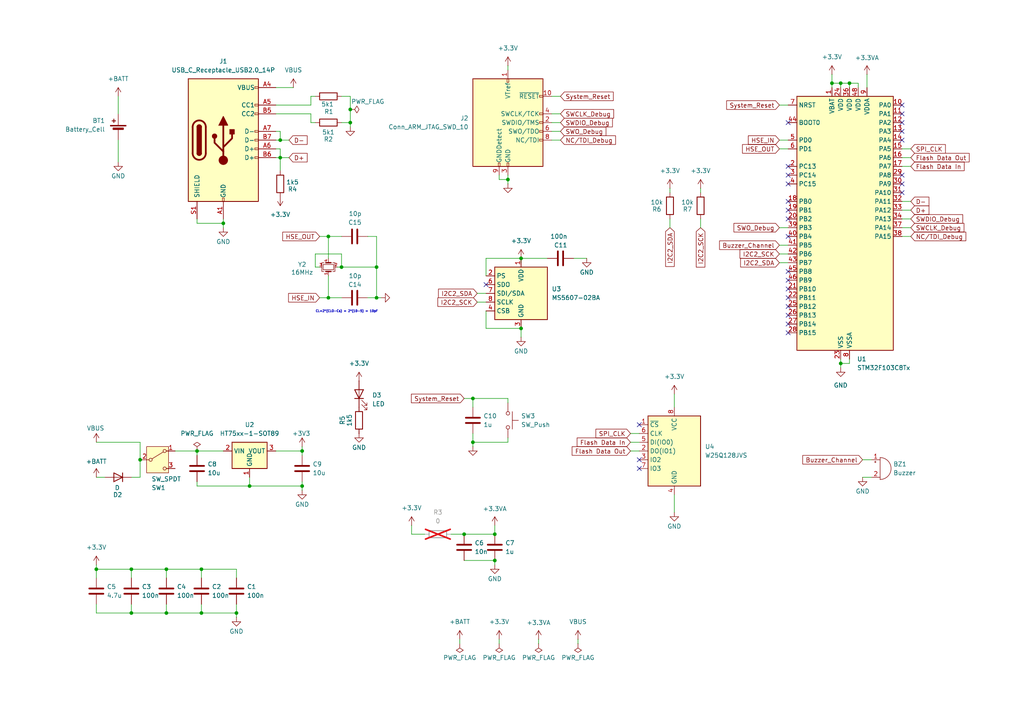
<source format=kicad_sch>
(kicad_sch (version 20231120) (generator "eeschema") (generator_version "8.0")
  (paper "A4")
  (title_block (title "Gremlinising") (company "StrathGREM Ltd."))
  (lib_symbols
    (symbol "Connector:Conn_ARM_JTAG_SWD_10" (pin_names (offset 1.016))
      (property "Reference" "J" (at -2.54 16.51 0))
      (property "Value" "Conn_ARM_JTAG_SWD_10" (at -2.54 13.97 0))
      (symbol "Conn_ARM_JTAG_SWD_10_1_1"
        (pin power_in line (at 0 15.24 270) (length 2.54) (name "VTref") (number "1"))
        (pin open_collector line (at 12.7 7.62 180) (length 2.54) (name "~{RESET}") (number "10"))
        (pin bidirectional line (at 12.7 0 180) (length 2.54) (name "SWDIO/TMS") (number "2"))
        (pin power_in line (at 0 -15.24 90) (length 2.54) (name "GND") (number "3"))
        (pin output line (at 12.7 2.54 180) (length 2.54) (name "SWCLK/TCK") (number "4"))
        (pin passive line (at 0 -15.24 90) (length 2.54) hide (name "GND") (number "5"))
        (pin input line (at 12.7 -2.54 180) (length 2.54) (name "SWO/TDO") (number "6"))
        (pin no_connect line (at -10.16 0 0) (length 2.54) hide (name "KEY") (number "7"))
        (pin output line (at 12.7 -5.08 180) (length 2.54) (name "NC/TDI") (number "8"))
        (pin passive line (at -2.54 -15.24 90) (length 2.54) (name "GNDDetect") (number "9"))
      )
    )
    (symbol "Connector:USB_C_Receptacle_USB2.0_14P" (pin_names (offset 1.016))
      (property "Reference" "J" (at 0 22.225 0))
      (property "Value" "USB_C_Receptacle_USB2.0_14P" (at 0 19.685 0))
      (symbol "USB_C_Receptacle_USB2.0_14P_1_1"
        (pin passive line (at 0 -22.86 90) (length 5.08) (name "GND") (number "A1"))
        (pin passive line (at 0 -22.86 90) (length 5.08) hide (name "GND") (number "A12"))
        (pin passive line (at 15.24 15.24 180) (length 5.08) (name "VBUS") (number "A4"))
        (pin bidirectional line (at 15.24 10.16 180) (length 5.08) (name "CC1") (number "A5"))
        (pin bidirectional line (at 15.24 -2.54 180) (length 5.08) (name "D+") (number "A6"))
        (pin bidirectional line (at 15.24 2.54 180) (length 5.08) (name "D-") (number "A7"))
        (pin passive line (at 15.24 15.24 180) (length 5.08) hide (name "VBUS") (number "A9"))
        (pin passive line (at 0 -22.86 90) (length 5.08) hide (name "GND") (number "B1"))
        (pin passive line (at 0 -22.86 90) (length 5.08) hide (name "GND") (number "B12"))
        (pin passive line (at 15.24 15.24 180) (length 5.08) hide (name "VBUS") (number "B4"))
        (pin bidirectional line (at 15.24 7.62 180) (length 5.08) (name "CC2") (number "B5"))
        (pin bidirectional line (at 15.24 -5.08 180) (length 5.08) (name "D+") (number "B6"))
        (pin bidirectional line (at 15.24 0 180) (length 5.08) (name "D-") (number "B7"))
        (pin passive line (at 15.24 15.24 180) (length 5.08) hide (name "VBUS") (number "B9"))
        (pin passive line (at -7.62 -22.86 90) (length 5.08) (name "SHIELD") (number "S1"))
      )
    )
    (symbol "Device:Battery_Cell" (pin_numbers hide) (pin_names (offset 0) hide)
      (property "Reference" "BT" (at 2.54 2.54 0))
      (property "Value" "Battery_Cell" (at 2.54 0 0))
      (symbol "Battery_Cell_1_1"
        (pin passive line (at 0 5.08 270) (length 2.54) (name "+") (number "1"))
        (pin passive line (at 0 -2.54 90) (length 2.54) (name "-") (number "2"))
      )
    )
    (symbol "Device:Buzzer" (pin_names (offset 0.0254) hide)
      (property "Reference" "BZ" (at 3.81 1.27 0))
      (property "Value" "Buzzer" (at 3.81 -1.27 0))
      (symbol "Buzzer_1_1"
        (pin passive line (at -2.54 2.54 0) (length 2.54) (name "+") (number "1"))
        (pin passive line (at -2.54 -2.54 0) (length 2.54) (name "-") (number "2"))
      )
    )
    (symbol "Device:C" (pin_numbers hide) (pin_names (offset 0.254))
      (property "Reference" "C" (at 0.635 2.54 0))
      (property "Value" "C" (at 0.635 -2.54 0))
      (symbol "C_1_1"
        (pin passive line (at 0 3.81 270) (length 2.794) (name "~") (number "1"))
        (pin passive line (at 0 -3.81 90) (length 2.794) (name "~") (number "2"))
      )
    )
    (symbol "Device:Crystal_GND23_Small" (pin_names (offset 1.016) hide)
      (property "Reference" "Y" (at 1.27 4.445 0))
      (property "Value" "Crystal_GND23_Small" (at 1.27 2.54 0))
      (symbol "Crystal_GND23_Small_1_1"
        (pin passive line (at -2.54 0 0) (length 1.27) (name "1") (number "1"))
        (pin passive line (at 0 -2.54 90) (length 0.635) (name "2") (number "2"))
        (pin passive line (at 0 2.54 270) (length 0.635) (name "3") (number "3"))
        (pin passive line (at 2.54 0 180) (length 1.27) (name "4") (number "4"))
      )
    )
    (symbol "Device:D" (pin_numbers hide) (pin_names (offset 1.016) hide)
      (property "Reference" "D" (at 0 2.54 0))
      (property "Value" "D" (at 0 -2.54 0))
      (symbol "D_1_1"
        (pin passive line (at -3.81 0 0) (length 2.54) (name "K") (number "1"))
        (pin passive line (at 3.81 0 180) (length 2.54) (name "A") (number "2"))
      )
    )
    (symbol "Device:LED" (pin_numbers hide) (pin_names (offset 1.016) hide)
      (property "Reference" "D" (at 0 2.54 0))
      (property "Value" "LED" (at 0 -2.54 0))
      (symbol "LED_1_1"
        (pin passive line (at -3.81 0 0) (length 2.54) (name "K") (number "1"))
        (pin passive line (at 3.81 0 180) (length 2.54) (name "A") (number "2"))
      )
    )
    (symbol "Device:R" (pin_numbers hide) (pin_names (offset 0))
      (property "Reference" "R" (at 2.032 0 90))
      (property "Value" "R" (at 0 0 90))
      (symbol "R_1_1"
        (pin passive line (at 0 3.81 270) (length 1.27) (name "~") (number "1"))
        (pin passive line (at 0 -3.81 90) (length 1.27) (name "~") (number "2"))
      )
    )
    (symbol "MCU_ST_STM32F1:STM32F103C8Tx"
      (property "Reference" "U" (at -12.7 39.37 0))
      (property "Value" "STM32F103C8Tx" (at 10.16 39.37 0))
      (symbol "STM32F103C8Tx_1_1"
        (pin power_in line (at -2.54 40.64 270) (length 2.54) (name "VBAT") (number "1"))
        (pin bidirectional line (at 17.78 35.56 180) (length 2.54) (name "PA0") (number "10"))
        (pin bidirectional line (at 17.78 33.02 180) (length 2.54) (name "PA1") (number "11"))
        (pin bidirectional line (at 17.78 30.48 180) (length 2.54) (name "PA2") (number "12"))
        (pin bidirectional line (at 17.78 27.94 180) (length 2.54) (name "PA3") (number "13"))
        (pin bidirectional line (at 17.78 25.4 180) (length 2.54) (name "PA4") (number "14"))
        (pin bidirectional line (at 17.78 22.86 180) (length 2.54) (name "PA5") (number "15"))
        (pin bidirectional line (at 17.78 20.32 180) (length 2.54) (name "PA6") (number "16"))
        (pin bidirectional line (at 17.78 17.78 180) (length 2.54) (name "PA7") (number "17"))
        (pin bidirectional line (at -15.24 7.62 0) (length 2.54) (name "PB0") (number "18"))
        (pin bidirectional line (at -15.24 5.08 0) (length 2.54) (name "PB1") (number "19"))
        (pin bidirectional line (at -15.24 17.78 0) (length 2.54) (name "PC13") (number "2"))
        (pin bidirectional line (at -15.24 2.54 0) (length 2.54) (name "PB2") (number "20"))
        (pin bidirectional line (at -15.24 -17.78 0) (length 2.54) (name "PB10") (number "21"))
        (pin bidirectional line (at -15.24 -20.32 0) (length 2.54) (name "PB11") (number "22"))
        (pin power_in line (at 0 -38.1 90) (length 2.54) (name "VSS") (number "23"))
        (pin power_in line (at 0 40.64 270) (length 2.54) (name "VDD") (number "24"))
        (pin bidirectional line (at -15.24 -22.86 0) (length 2.54) (name "PB12") (number "25"))
        (pin bidirectional line (at -15.24 -25.4 0) (length 2.54) (name "PB13") (number "26"))
        (pin bidirectional line (at -15.24 -27.94 0) (length 2.54) (name "PB14") (number "27"))
        (pin bidirectional line (at -15.24 -30.48 0) (length 2.54) (name "PB15") (number "28"))
        (pin bidirectional line (at 17.78 15.24 180) (length 2.54) (name "PA8") (number "29"))
        (pin bidirectional line (at -15.24 15.24 0) (length 2.54) (name "PC14") (number "3"))
        (pin bidirectional line (at 17.78 12.7 180) (length 2.54) (name "PA9") (number "30"))
        (pin bidirectional line (at 17.78 10.16 180) (length 2.54) (name "PA10") (number "31"))
        (pin bidirectional line (at 17.78 7.62 180) (length 2.54) (name "PA11") (number "32"))
        (pin bidirectional line (at 17.78 5.08 180) (length 2.54) (name "PA12") (number "33"))
        (pin bidirectional line (at 17.78 2.54 180) (length 2.54) (name "PA13") (number "34"))
        (pin passive line (at 0 -38.1 90) (length 2.54) hide (name "VSS") (number "35"))
        (pin power_in line (at 2.54 40.64 270) (length 2.54) (name "VDD") (number "36"))
        (pin bidirectional line (at 17.78 0 180) (length 2.54) (name "PA14") (number "37"))
        (pin bidirectional line (at 17.78 -2.54 180) (length 2.54) (name "PA15") (number "38"))
        (pin bidirectional line (at -15.24 0 0) (length 2.54) (name "PB3") (number "39"))
        (pin bidirectional line (at -15.24 12.7 0) (length 2.54) (name "PC15") (number "4"))
        (pin bidirectional line (at -15.24 -2.54 0) (length 2.54) (name "PB4") (number "40"))
        (pin bidirectional line (at -15.24 -5.08 0) (length 2.54) (name "PB5") (number "41"))
        (pin bidirectional line (at -15.24 -7.62 0) (length 2.54) (name "PB6") (number "42"))
        (pin bidirectional line (at -15.24 -10.16 0) (length 2.54) (name "PB7") (number "43"))
        (pin input line (at -15.24 30.48 0) (length 2.54) (name "BOOT0") (number "44"))
        (pin bidirectional line (at -15.24 -12.7 0) (length 2.54) (name "PB8") (number "45"))
        (pin bidirectional line (at -15.24 -15.24 0) (length 2.54) (name "PB9") (number "46"))
        (pin passive line (at 0 -38.1 90) (length 2.54) hide (name "VSS") (number "47"))
        (pin power_in line (at 5.08 40.64 270) (length 2.54) (name "VDD") (number "48"))
        (pin bidirectional line (at -15.24 25.4 0) (length 2.54) (name "PD0") (number "5"))
        (pin bidirectional line (at -15.24 22.86 0) (length 2.54) (name "PD1") (number "6"))
        (pin input line (at -15.24 35.56 0) (length 2.54) (name "NRST") (number "7"))
        (pin power_in line (at 2.54 -38.1 90) (length 2.54) (name "VSSA") (number "8"))
        (pin power_in line (at 7.62 40.64 270) (length 2.54) (name "VDDA") (number "9"))
      )
    )
    (symbol "Memory_Flash:W25Q128JVS"
      (property "Reference" "U" (at -8.89 8.89 0))
      (property "Value" "W25Q128JVS" (at 7.62 8.89 0))
      (symbol "W25Q128JVS_1_1"
        (pin input line (at -10.16 7.62 0) (length 2.54) (name "~{CS}") (number "1"))
        (pin bidirectional line (at -10.16 0 0) (length 2.54) (name "DO(IO1)") (number "2"))
        (pin bidirectional line (at -10.16 -2.54 0) (length 2.54) (name "IO2") (number "3"))
        (pin power_in line (at 0 -12.7 90) (length 2.54) (name "GND") (number "4"))
        (pin bidirectional line (at -10.16 2.54 0) (length 2.54) (name "DI(IO0)") (number "5"))
        (pin input line (at -10.16 5.08 0) (length 2.54) (name "CLK") (number "6"))
        (pin bidirectional line (at -10.16 -5.08 0) (length 2.54) (name "IO3") (number "7"))
        (pin power_in line (at 0 12.7 270) (length 2.54) (name "VCC") (number "8"))
      )
    )
    (symbol "Regulator_Linear:HT75xx-1-SOT89"
      (property "Reference" "U" (at -5.08 -3.81 0))
      (property "Value" "HT75xx-1-SOT89" (at 0 6.35 0))
      (symbol "HT75xx-1-SOT89_1_1"
        (pin power_in line (at 0 -5.08 90) (length 2.54) (name "GND") (number "1"))
        (pin power_in line (at -7.62 2.54 0) (length 2.54) (name "VIN") (number "2"))
        (pin power_out line (at 7.62 2.54 180) (length 2.54) (name "VOUT") (number "3"))
      )
    )
    (symbol "Sensor_Pressure:MS5607-02BA"
      (property "Reference" "U" (at -6.35 8.89 0))
      (property "Value" "MS5607-02BA" (at 7.62 8.89 0))
      (symbol "MS5607-02BA_1_1"
        (pin power_in line (at 0 10.16 270) (length 2.54) (name "VDD") (number "1"))
        (pin input line (at -10.16 5.08 0) (length 2.54) (name "PS") (number "2"))
        (pin power_in line (at 0 -10.16 90) (length 2.54) (name "GND") (number "3"))
        (pin input line (at -10.16 -5.08 0) (length 2.54) (name "CSB") (number "4"))
        (pin input line (at -10.16 -5.08 0) (length 2.54) hide (name "CSB") (number "5"))
        (pin output line (at -10.16 2.54 0) (length 2.54) (name "SDO") (number "6"))
        (pin bidirectional line (at -10.16 0 0) (length 2.54) (name "SDI/SDA") (number "7"))
        (pin input line (at -10.16 -2.54 0) (length 2.54) (name "SCLK") (number "8"))
      )
    )
    (symbol "Switch:SW_Push" (pin_numbers hide) (pin_names (offset 1.016) hide)
      (property "Reference" "SW" (at 1.27 2.54 0))
      (property "Value" "SW_Push" (at 0 -1.524 0))
      (symbol "SW_Push_0_1"
        (pin passive line (at -5.08 0 0) (length 2.54) (name "1") (number "1"))
        (pin passive line (at 5.08 0 180) (length 2.54) (name "2") (number "2"))
      )
    )
    (symbol "Switch:SW_SPDT" (pin_names (offset 0) hide)
      (property "Reference" "SW" (at 0 5.08 0))
      (property "Value" "SW_SPDT" (at 0 -5.08 0))
      (symbol "SW_SPDT_1_1"
        (pin passive line (at 5.08 2.54 180) (length 2.54) (name "A") (number "1"))
        (pin passive line (at -5.08 0 0) (length 2.54) (name "B") (number "2"))
        (pin passive line (at 5.08 -2.54 180) (length 2.54) (name "C") (number "3"))
      )
    )
    (symbol "power:+3.3V" (power) (pin_numbers hide) (pin_names (offset 0) hide)
      (property "Value" "+3.3V" (at 0 3.556 0))
      (symbol "+3.3V_1_1"
        (pin power_in line (at 0 0 90) (length 0) (name "~") (number "1"))
      )
    )
    (symbol "power:+3.3VA" (power) (pin_numbers hide) (pin_names (offset 0) hide)
      (property "Value" "+3.3VA" (at 0 3.556 0))
      (symbol "+3.3VA_1_1"
        (pin power_in line (at 0 0 90) (length 0) (name "~") (number "1"))
      )
    )
    (symbol "power:+3V3" (power) (pin_numbers hide) (pin_names (offset 0) hide)
      (property "Value" "+3V3" (at 0 3.556 0))
      (symbol "+3V3_1_1"
        (pin power_in line (at 0 0 90) (length 0) (name "~") (number "1"))
      )
    )
    (symbol "power:+BATT" (power) (pin_numbers hide) (pin_names (offset 0) hide)
      (property "Value" "+BATT" (at 0 3.556 0))
      (symbol "+BATT_1_1"
        (pin power_in line (at 0 0 90) (length 0) (name "~") (number "1"))
      )
    )
    (symbol "power:GND" (power) (pin_numbers hide) (pin_names (offset 0) hide)
      (property "Value" "GND" (at 0 -3.81 0))
      (symbol "GND_1_1"
        (pin power_in line (at 0 0 270) (length 0) (name "~") (number "1"))
      )
    )
    (symbol "power:PWR_FLAG" (power) (pin_numbers hide) (pin_names (offset 0) hide)
      (property "Value" "PWR_FLAG" (at 0 3.81 0))
      (symbol "PWR_FLAG_0_0"
        (pin power_out line (at 0 0 90) (length 0) (name "~") (number "1"))
      )
    )
    (symbol "power:VBUS" (power) (pin_numbers hide) (pin_names (offset 0) hide)
      (property "Value" "VBUS" (at 0 3.556 0))
      (symbol "VBUS_1_1"
        (pin power_in line (at 0 0 90) (length 0) (name "~") (number "1"))
      )
    )
  )
  (junction (at 48.26 165.1))
  (junction (at 151.13 95.25))
  (junction (at 241.3 24.13))
  (junction (at 87.63 140.97))
  (junction (at 72.39 140.97))
  (junction (at 68.58 177.8))
  (junction (at 81.28 40.64))
  (junction (at 243.84 24.13))
  (junction (at 95.25 86.36))
  (junction (at 38.1 177.8))
  (junction (at 38.1 165.1))
  (junction (at 109.22 86.36))
  (junction (at 64.77 64.77))
  (junction (at 101.6 31.75))
  (junction (at 48.26 177.8))
  (junction (at 57.15 130.81))
  (junction (at 58.42 177.8))
  (junction (at 246.38 24.13))
  (junction (at 95.25 68.58))
  (junction (at 101.6 35.56))
  (junction (at 99.06 77.47))
  (junction (at 109.22 77.47))
  (junction (at 58.42 165.1))
  (junction (at 143.51 154.94))
  (junction (at 243.84 105.41))
  (junction (at 134.62 154.94))
  (junction (at 40.64 133.35))
  (junction (at 147.32 52.07))
  (junction (at 81.28 45.72))
  (junction (at 87.63 130.81))
  (junction (at 143.51 162.56))
  (junction (at 27.94 165.1))
  (junction (at 137.16 115.57))
  (junction (at 151.13 74.93))
  (junction (at 137.16 128.27))
  (no_connect (at 261.62 50.8))
  (no_connect (at 261.62 38.1))
  (no_connect (at 261.62 30.48))
  (no_connect (at 228.6 88.9))
  (no_connect (at 228.6 78.74))
  (no_connect (at 140.97 82.55))
  (no_connect (at 261.62 35.56))
  (no_connect (at 228.6 91.44))
  (no_connect (at 228.6 96.52))
  (no_connect (at 228.6 93.98))
  (no_connect (at 228.6 68.58))
  (no_connect (at 228.6 35.56))
  (no_connect (at 185.42 135.89))
  (no_connect (at 185.42 133.35))
  (no_connect (at 228.6 83.82))
  (no_connect (at 261.62 53.34))
  (no_connect (at 228.6 86.36))
  (no_connect (at 228.6 81.28))
  (no_connect (at 261.62 33.02))
  (no_connect (at 228.6 60.96))
  (no_connect (at 261.62 55.88))
  (no_connect (at 228.6 50.8))
  (no_connect (at 228.6 58.42))
  (no_connect (at 185.42 123.19))
  (no_connect (at 228.6 48.26))
  (no_connect (at 261.62 40.64))
  (no_connect (at 228.6 63.5))
  (no_connect (at 228.6 53.34))
  (wire (pts (xy 261.62 45.72) (xy 264.16 45.72)))
  (wire (pts (xy 72.39 140.97) (xy 87.63 140.97)))
  (wire (pts (xy 194.31 54.61) (xy 194.31 55.88)))
  (wire (pts (xy 151.13 76.2) (xy 151.13 74.93)))
  (wire (pts (xy 261.62 63.5) (xy 264.16 63.5)))
  (wire (pts (xy 226.06 71.12) (xy 228.6 71.12)))
  (wire (pts (xy 48.26 175.26) (xy 48.26 177.8)))
  (wire (pts (xy 81.28 45.72) (xy 83.82 45.72)))
  (wire (pts (xy 40.64 128.27) (xy 40.64 133.35)))
  (wire (pts (xy 80.01 25.4) (xy 85.09 25.4)))
  (wire (pts (xy 143.51 152.4) (xy 143.51 154.94)))
  (wire (pts (xy 151.13 97.79) (xy 151.13 95.25)))
  (wire (pts (xy 147.32 19.05) (xy 147.32 20.32)))
  (wire (pts (xy 34.29 46.99) (xy 34.29 40.64)))
  (wire (pts (xy 167.64 185.42) (xy 167.64 186.69)))
  (wire (pts (xy 40.64 138.43) (xy 40.64 133.35)))
  (wire (pts (xy 80.01 38.1) (xy 81.28 38.1)))
  (wire (pts (xy 261.62 43.18) (xy 264.16 43.18)))
  (wire (pts (xy 87.63 129.54) (xy 87.63 130.81)))
  (wire (pts (xy 101.6 31.75) (xy 101.6 27.94)))
  (wire (pts (xy 57.15 130.81) (xy 64.77 130.81)))
  (wire (pts (xy 64.77 64.77) (xy 64.77 63.5)))
  (wire (pts (xy 90.17 27.94) (xy 91.44 27.94)))
  (wire (pts (xy 140.97 90.17) (xy 140.97 95.25)))
  (wire (pts (xy 87.63 130.81) (xy 80.01 130.81)))
  (wire (pts (xy 109.22 68.58) (xy 109.22 77.47)))
  (wire (pts (xy 226.06 76.2) (xy 228.6 76.2)))
  (wire (pts (xy 261.62 48.26) (xy 264.16 48.26)))
  (wire (pts (xy 246.38 105.41) (xy 243.84 105.41)))
  (wire (pts (xy 195.58 143.51) (xy 195.58 148.59)))
  (wire (pts (xy 91.44 77.47) (xy 91.44 73.66)))
  (wire (pts (xy 48.26 177.8) (xy 38.1 177.8)))
  (wire (pts (xy 147.32 128.27) (xy 147.32 127)))
  (wire (pts (xy 58.42 177.8) (xy 48.26 177.8)))
  (wire (pts (xy 80.01 43.18) (xy 81.28 43.18)))
  (wire (pts (xy 243.84 104.14) (xy 243.84 105.41)))
  (wire (pts (xy 68.58 177.8) (xy 68.58 179.07)))
  (wire (pts (xy 38.1 177.8) (xy 27.94 177.8)))
  (wire (pts (xy 27.94 167.64) (xy 27.94 165.1)))
  (wire (pts (xy 38.1 165.1) (xy 27.94 165.1)))
  (wire (pts (xy 261.62 58.42) (xy 264.16 58.42)))
  (wire (pts (xy 241.3 21.59) (xy 241.3 24.13)))
  (wire (pts (xy 92.71 77.47) (xy 91.44 77.47)))
  (wire (pts (xy 99.06 77.47) (xy 109.22 77.47)))
  (wire (pts (xy 243.84 24.13) (xy 243.84 25.4)))
  (wire (pts (xy 248.92 24.13) (xy 248.92 25.4)))
  (wire (pts (xy 48.26 165.1) (xy 48.26 167.64)))
  (wire (pts (xy 95.25 86.36) (xy 99.06 86.36)))
  (wire (pts (xy 80.01 33.02) (xy 90.17 33.02)))
  (wire (pts (xy 261.62 68.58) (xy 264.16 68.58)))
  (wire (pts (xy 27.94 128.27) (xy 40.64 128.27)))
  (wire (pts (xy 138.43 87.63) (xy 140.97 87.63)))
  (wire (pts (xy 160.02 40.64) (xy 162.56 40.64)))
  (wire (pts (xy 203.2 54.61) (xy 203.2 55.88)))
  (wire (pts (xy 99.06 73.66) (xy 99.06 77.47)))
  (wire (pts (xy 147.32 50.8) (xy 147.32 52.07)))
  (wire (pts (xy 140.97 74.93) (xy 151.13 74.93)))
  (wire (pts (xy 81.28 43.18) (xy 81.28 45.72)))
  (wire (pts (xy 81.28 45.72) (xy 80.01 45.72)))
  (wire (pts (xy 228.6 66.04) (xy 226.06 66.04)))
  (wire (pts (xy 81.28 45.72) (xy 81.28 49.53)))
  (wire (pts (xy 27.94 163.83) (xy 27.94 165.1)))
  (wire (pts (xy 140.97 95.25) (xy 151.13 95.25)))
  (wire (pts (xy 160.02 27.94) (xy 162.56 27.94)))
  (wire (pts (xy 97.79 77.47) (xy 99.06 77.47)))
  (wire (pts (xy 261.62 66.04) (xy 264.16 66.04)))
  (wire (pts (xy 109.22 77.47) (xy 109.22 86.36)))
  (wire (pts (xy 80.01 40.64) (xy 81.28 40.64)))
  (wire (pts (xy 182.88 125.73) (xy 185.42 125.73)))
  (wire (pts (xy 243.84 105.41) (xy 243.84 106.68)))
  (wire (pts (xy 137.16 115.57) (xy 137.16 118.11)))
  (wire (pts (xy 226.06 40.64) (xy 228.6 40.64)))
  (wire (pts (xy 144.78 50.8) (xy 144.78 52.07)))
  (wire (pts (xy 81.28 40.64) (xy 83.82 40.64)))
  (wire (pts (xy 58.42 175.26) (xy 58.42 177.8)))
  (wire (pts (xy 144.78 52.07) (xy 147.32 52.07)))
  (wire (pts (xy 137.16 129.54) (xy 137.16 128.27)))
  (wire (pts (xy 194.31 66.04) (xy 194.31 63.5)))
  (wire (pts (xy 34.29 33.02) (xy 34.29 27.94)))
  (wire (pts (xy 130.81 154.94) (xy 134.62 154.94)))
  (wire (pts (xy 92.71 86.36) (xy 95.25 86.36)))
  (wire (pts (xy 106.68 68.58) (xy 109.22 68.58)))
  (wire (pts (xy 246.38 104.14) (xy 246.38 105.41)))
  (wire (pts (xy 38.1 138.43) (xy 40.64 138.43)))
  (wire (pts (xy 226.06 43.18) (xy 228.6 43.18)))
  (wire (pts (xy 99.06 27.94) (xy 101.6 27.94)))
  (wire (pts (xy 241.3 24.13) (xy 243.84 24.13)))
  (wire (pts (xy 48.26 165.1) (xy 38.1 165.1)))
  (wire (pts (xy 250.19 133.35) (xy 252.73 133.35)))
  (wire (pts (xy 203.2 63.5) (xy 203.2 66.04)))
  (wire (pts (xy 58.42 165.1) (xy 48.26 165.1)))
  (wire (pts (xy 137.16 115.57) (xy 134.62 115.57)))
  (wire (pts (xy 109.22 86.36) (xy 106.68 86.36)))
  (wire (pts (xy 261.62 60.96) (xy 264.16 60.96)))
  (wire (pts (xy 182.88 130.81) (xy 185.42 130.81)))
  (wire (pts (xy 57.15 139.7) (xy 57.15 140.97)))
  (wire (pts (xy 91.44 73.66) (xy 99.06 73.66)))
  (wire (pts (xy 101.6 36.83) (xy 101.6 35.56)))
  (wire (pts (xy 140.97 80.01) (xy 140.97 74.93)))
  (wire (pts (xy 147.32 52.07) (xy 147.32 53.34)))
  (wire (pts (xy 68.58 177.8) (xy 58.42 177.8)))
  (wire (pts (xy 250.19 138.43) (xy 252.73 138.43)))
  (wire (pts (xy 87.63 130.81) (xy 87.63 132.08)))
  (wire (pts (xy 101.6 35.56) (xy 101.6 31.75)))
  (wire (pts (xy 160.02 38.1) (xy 162.56 38.1)))
  (wire (pts (xy 226.06 73.66) (xy 228.6 73.66)))
  (wire (pts (xy 95.25 74.93) (xy 95.25 68.58)))
  (wire (pts (xy 58.42 165.1) (xy 58.42 167.64)))
  (wire (pts (xy 68.58 175.26) (xy 68.58 177.8)))
  (wire (pts (xy 87.63 140.97) (xy 87.63 142.24)))
  (wire (pts (xy 166.37 74.93) (xy 170.18 74.93)))
  (wire (pts (xy 226.06 30.48) (xy 228.6 30.48)))
  (wire (pts (xy 137.16 128.27) (xy 147.32 128.27)))
  (wire (pts (xy 38.1 165.1) (xy 38.1 167.64)))
  (wire (pts (xy 138.43 85.09) (xy 140.97 85.09)))
  (wire (pts (xy 99.06 35.56) (xy 101.6 35.56)))
  (wire (pts (xy 195.58 114.3) (xy 195.58 118.11)))
  (wire (pts (xy 68.58 165.1) (xy 58.42 165.1)))
  (wire (pts (xy 134.62 162.56) (xy 143.51 162.56)))
  (wire (pts (xy 134.62 154.94) (xy 143.51 154.94)))
  (wire (pts (xy 95.25 68.58) (xy 99.06 68.58)))
  (wire (pts (xy 246.38 24.13) (xy 248.92 24.13)))
  (wire (pts (xy 251.46 21.59) (xy 251.46 25.4)))
  (wire (pts (xy 147.32 116.84) (xy 147.32 115.57)))
  (wire (pts (xy 72.39 138.43) (xy 72.39 140.97)))
  (wire (pts (xy 90.17 35.56) (xy 90.17 33.02)))
  (wire (pts (xy 57.15 130.81) (xy 57.15 132.08)))
  (wire (pts (xy 87.63 140.97) (xy 87.63 139.7)))
  (wire (pts (xy 57.15 64.77) (xy 64.77 64.77)))
  (wire (pts (xy 91.44 35.56) (xy 90.17 35.56)))
  (wire (pts (xy 95.25 86.36) (xy 95.25 80.01)))
  (wire (pts (xy 90.17 27.94) (xy 90.17 30.48)))
  (wire (pts (xy 38.1 175.26) (xy 38.1 177.8)))
  (wire (pts (xy 57.15 63.5) (xy 57.15 64.77)))
  (wire (pts (xy 160.02 33.02) (xy 162.56 33.02)))
  (wire (pts (xy 92.71 68.58) (xy 95.25 68.58)))
  (wire (pts (xy 143.51 162.56) (xy 143.51 163.83)))
  (wire (pts (xy 243.84 24.13) (xy 246.38 24.13)))
  (wire (pts (xy 151.13 74.93) (xy 158.75 74.93)))
  (wire (pts (xy 109.22 86.36) (xy 110.49 86.36)))
  (wire (pts (xy 50.8 130.81) (xy 57.15 130.81)))
  (wire (pts (xy 182.88 128.27) (xy 185.42 128.27)))
  (wire (pts (xy 90.17 30.48) (xy 80.01 30.48)))
  (wire (pts (xy 119.38 152.4) (xy 119.38 154.94)))
  (wire (pts (xy 133.35 185.42) (xy 133.35 186.69)))
  (wire (pts (xy 27.94 138.43) (xy 30.48 138.43)))
  (wire (pts (xy 137.16 125.73) (xy 137.16 128.27)))
  (wire (pts (xy 57.15 140.97) (xy 72.39 140.97)))
  (wire (pts (xy 241.3 24.13) (xy 241.3 25.4)))
  (wire (pts (xy 246.38 24.13) (xy 246.38 25.4)))
  (wire (pts (xy 156.21 185.42) (xy 156.21 186.69)))
  (wire (pts (xy 64.77 64.77) (xy 64.77 66.04)))
  (wire (pts (xy 27.94 177.8) (xy 27.94 175.26)))
  (wire (pts (xy 147.32 115.57) (xy 137.16 115.57)))
  (wire (pts (xy 160.02 35.56) (xy 162.56 35.56)))
  (wire (pts (xy 81.28 40.64) (xy 81.28 38.1)))
  (wire (pts (xy 119.38 154.94) (xy 123.19 154.94)))
  (wire (pts (xy 144.78 185.42) (xy 144.78 186.69)))
  (wire (pts (xy 68.58 167.64) (xy 68.58 165.1)))
  (text "CL=2*(CLO-Cs) = 2*(10-5) = 10pF" (at 100.584 90.424 0) (effects (font (size 0.635 0.635))))
  (global_label "NC{slash}TDI_Debug" (shape input) (at 264.16 68.58 0) (property "Intersheetrefs" "${INTERSHEET_REFS}" (effects (hide yes))))
  (global_label "D-" (shape input) (at 264.16 58.42 0) (property "Intersheetrefs" "${INTERSHEET_REFS}" (effects (hide yes))))
  (global_label "HSE_OUT" (shape input) (at 226.06 43.18 180) (property "Intersheetrefs" "${INTERSHEET_REFS}" (effects (hide yes))))
  (global_label "SWCLK_Debug" (shape input) (at 264.16 66.04 0) (property "Intersheetrefs" "${INTERSHEET_REFS}" (effects (hide yes))))
  (global_label "I2C2_SCK" (shape input) (at 226.06 73.66 180) (property "Intersheetrefs" "${INTERSHEET_REFS}" (effects (hide yes))))
  (global_label "HSE_OUT" (shape input) (at 92.71 68.58 180) (property "Intersheetrefs" "${INTERSHEET_REFS}" (effects (hide yes))))
  (global_label "I2C2_SCK" (shape input) (at 138.43 87.63 180) (property "Intersheetrefs" "${INTERSHEET_REFS}" (effects (hide yes))))
  (global_label "D+" (shape input) (at 264.16 60.96 0) (property "Intersheetrefs" "${INTERSHEET_REFS}" (effects (hide yes))))
  (global_label "NC{slash}TDI_Debug" (shape input) (at 162.56 40.64 0) (property "Intersheetrefs" "${INTERSHEET_REFS}" (effects (hide yes))))
  (global_label "SWDIO_Debug" (shape input) (at 264.16 63.5 0) (property "Intersheetrefs" "${INTERSHEET_REFS}" (effects (hide yes))))
  (global_label "I2C2_SDA" (shape input) (at 138.43 85.09 180) (property "Intersheetrefs" "${INTERSHEET_REFS}" (effects (hide yes))))
  (global_label "I2C2_SDA" (shape input) (at 226.06 76.2 180) (property "Intersheetrefs" "${INTERSHEET_REFS}" (effects (hide yes))))
  (global_label "D+" (shape input) (at 83.82 45.72 0) (property "Intersheetrefs" "${INTERSHEET_REFS}" (effects (hide yes))))
  (global_label "SPI_CLK" (shape input) (at 182.88 125.73 180) (property "Intersheetrefs" "${INTERSHEET_REFS}" (effects (hide yes))))
  (global_label "SWO_Debug" (shape input) (at 162.56 38.1 0) (property "Intersheetrefs" "${INTERSHEET_REFS}" (effects (hide yes))))
  (global_label "System_Reset" (shape input) (at 226.06 30.48 180) (property "Intersheetrefs" "${INTERSHEET_REFS}" (effects (hide yes))))
  (global_label "Flash Data Out" (shape input) (at 264.16 45.72 0) (property "Intersheetrefs" "${INTERSHEET_REFS}" (effects (hide yes))))
  (global_label "System_Reset" (shape input) (at 162.56 27.94 0) (property "Intersheetrefs" "${INTERSHEET_REFS}" (effects (hide yes))))
  (global_label "Buzzer_Channel" (shape input) (at 226.06 71.12 180) (property "Intersheetrefs" "${INTERSHEET_REFS}" (effects (hide yes))))
  (global_label "SWCLK_Debug" (shape input) (at 162.56 33.02 0) (property "Intersheetrefs" "${INTERSHEET_REFS}" (effects (hide yes))))
  (global_label "D-" (shape input) (at 83.82 40.64 0) (property "Intersheetrefs" "${INTERSHEET_REFS}" (effects (hide yes))))
  (global_label "I2C2_SCK" (shape input) (at 203.2 66.04 270) (property "Intersheetrefs" "${INTERSHEET_REFS}" (effects (hide yes))))
  (global_label "System_Reset" (shape input) (at 134.62 115.57 180) (property "Intersheetrefs" "${INTERSHEET_REFS}" (effects (hide yes))))
  (global_label "I2C2_SDA" (shape input) (at 194.31 66.04 270) (property "Intersheetrefs" "${INTERSHEET_REFS}" (effects (hide yes))))
  (global_label "Flash Data In" (shape input) (at 264.16 48.26 0) (property "Intersheetrefs" "${INTERSHEET_REFS}" (effects (hide yes))))
  (global_label "Flash Data Out" (shape input) (at 182.88 130.81 180) (property "Intersheetrefs" "${INTERSHEET_REFS}" (effects (hide yes))))
  (global_label "Flash Data In" (shape input) (at 182.88 128.27 180) (property "Intersheetrefs" "${INTERSHEET_REFS}" (effects (hide yes))))
  (global_label "SWDIO_Debug" (shape input) (at 162.56 35.56 0) (property "Intersheetrefs" "${INTERSHEET_REFS}" (effects (hide yes))))
  (global_label "HSE_IN" (shape input) (at 92.71 86.36 180) (property "Intersheetrefs" "${INTERSHEET_REFS}" (effects (hide yes))))
  (global_label "HSE_IN" (shape input) (at 226.06 40.64 180) (property "Intersheetrefs" "${INTERSHEET_REFS}" (effects (hide yes))))
  (global_label "SWO_Debug" (shape input) (at 226.06 66.04 180) (property "Intersheetrefs" "${INTERSHEET_REFS}" (effects (hide yes))))
  (global_label "Buzzer_Channel" (shape input) (at 250.19 133.35 180) (property "Intersheetrefs" "${INTERSHEET_REFS}" (effects (hide yes))))
  (global_label "SPI_CLK" (shape input) (at 264.16 43.18 0) (property "Intersheetrefs" "${INTERSHEET_REFS}" (effects (hide yes))))
  (symbol (lib_id "power:GND") (at 64.77 66.04 0) (unit 1)
    (property "Reference" "#PWR02" (effects (hide yes)))
    (property "Value" "GND" (at 64.77 70.104 0))
    (property "Description" "Power symbol creates a global label with name \"GND\" , ground" (effects (hide yes)))
  )
  (symbol (lib_id "Device:Buzzer") (at 255.27 135.89 0) (unit 1)
    (property "Reference" "BZ1" (at 259.08 134.6199 0) (effects (justify left)))
    (property "Value" "Buzzer" (at 259.08 137.1599 0) (effects (justify left)))
    (property "Description" "Buzzer, polarized" (effects (hide yes)))
  )
  (symbol (lib_id "Device:Battery_Cell") (at 34.29 38.1 0) (mirror y) (unit 1)
    (property "Reference" "BT1" (at 30.48 34.9884 0) (effects (justify left)))
    (property "Value" "Battery_Cell" (at 30.48 37.5284 0) (effects (justify left)))
    (property "Description" "Single-cell battery" (effects (hide yes)))
  )
  (symbol (lib_id "power:PWR_FLAG") (at 144.78 186.69 180) (unit 1)
    (property "Reference" "#FLG02" (effects (hide yes)))
    (property "Value" "PWR_FLAG" (at 144.78 190.754 0))
    (property "Description" "Special symbol for telling ERC where power comes from" (effects (hide yes)))
  )
  (symbol (lib_id "power:GND") (at 101.6 36.83 0) (unit 1)
    (property "Reference" "#PWR03" (effects (hide yes)))
    (property "Value" "GND" (effects (hide yes)))
    (property "Description" "Power symbol creates a global label with name \"GND\" , ground" (effects (hide yes)))
  )
  (symbol (lib_id "power:VBUS") (at 167.64 185.42 0) (unit 1)
    (property "Reference" "#PWR016" (effects (hide yes)))
    (property "Value" "VBUS" (at 167.64 180.34 0))
    (property "Description" "Power symbol creates a global label with name \"VBUS\"" (effects (hide yes)))
  )
  (symbol (lib_id "Device:R") (at 194.31 59.69 0) (mirror y) (unit 1)
    (property "Reference" "R6" (at 190.5 60.706 0))
    (property "Value" "10k" (at 190.5 58.674 0))
    (property "Footprint" "Resistor_SMD:R_0402_1005Metric" (effects (hide yes)))
    (property "Description" "Resistor" (effects (hide yes)))
  )
  (symbol (lib_id "Switch:SW_Push") (at 147.32 121.92 270) (unit 1)
    (property "Reference" "SW3" (at 151.13 120.6499 90) (effects (justify left)))
    (property "Value" "SW_Push" (at 151.13 123.1899 90) (effects (justify left)))
    (property "Description" "Push button switch, generic, two pins" (effects (hide yes)))
  )
  (symbol (lib_id "Device:C") (at 143.51 158.75 0) (unit 1)
    (property "Reference" "C7" (at 146.558 157.48 0) (effects (justify left)))
    (property "Value" "1u" (at 146.558 160.02 0) (effects (justify left)))
    (property "Description" "Unpolarized capacitor" (effects (hide yes)))
  )
  (symbol (lib_id "power:GND") (at 110.49 86.36 90) (unit 1)
    (property "Reference" "#PWR036" (effects (hide yes)))
    (property "Value" "GND" (effects (hide yes)))
    (property "Description" "Power symbol creates a global label with name \"GND\" , ground" (effects (hide yes)))
  )
  (symbol (lib_id "power:GND") (at 243.84 106.68 0) (unit 1)
    (property "Reference" "#PWR01" (effects (hide yes)))
    (property "Value" "GND" (at 243.84 111.76 0))
    (property "Description" "Power symbol creates a global label with name \"GND\" , ground" (effects (hide yes)))
  )
  (symbol (lib_id "Device:C") (at 27.94 171.45 0) (unit 1)
    (property "Reference" "C5" (at 30.988 170.18 0) (effects (justify left)))
    (property "Value" "4.7u" (at 30.988 172.72 0) (effects (justify left)))
    (property "Description" "Unpolarized capacitor" (effects (hide yes)))
  )
  (symbol (lib_id "power:+3.3V") (at 104.14 110.49 0) (unit 1)
    (property "Reference" "#PWR026" (effects (hide yes)))
    (property "Value" "+3.3V" (at 104.14 105.41 0))
    (property "Description" "Power symbol creates a global label with name \"+3.3V\"" (effects (hide yes)))
  )
  (symbol (lib_id "Memory_Flash:W25Q128JVS") (at 195.58 130.81 0) (unit 1)
    (property "Reference" "U4" (at 204.47 129.5399 0) (effects (justify left)))
    (property "Value" "W25Q128JVS" (at 204.47 132.0799 0) (effects (justify left)))
    (property "Footprint" "Package_SO:SOIC-8_5.23x5.23mm_P1.27mm" (effects (hide yes)))
    (property "Datasheet" "http://www.winbond.com/resource-files/w25q128jv_dtr%20revc%2003272018%20plus.pdf" (effects (hide yes)))
    (property "Description" "128Mb Serial Flash Memory, Standard/Dual/Quad SPI, SOIC-8" (effects (hide yes)))
  )
  (symbol (lib_id "Device:C") (at 68.58 171.45 0) (unit 1)
    (property "Reference" "C1" (at 71.628 170.18 0) (effects (justify left)))
    (property "Value" "100n" (at 71.628 172.72 0) (effects (justify left)))
    (property "Description" "Unpolarized capacitor" (effects (hide yes)))
  )
  (symbol (lib_id "power:PWR_FLAG") (at 156.21 186.69 180) (unit 1)
    (property "Reference" "#FLG03" (effects (hide yes)))
    (property "Value" "PWR_FLAG" (at 156.21 190.754 0))
    (property "Description" "Special symbol for telling ERC where power comes from" (effects (hide yes)))
  )
  (symbol (lib_id "Regulator_Linear:HT75xx-1-SOT89") (at 72.39 133.35 0) (unit 1)
    (property "Reference" "U2" (at 72.39 123.19 0))
    (property "Value" "HT75xx-1-SOT89" (at 72.39 125.73 0))
    (property "Footprint" "Package_TO_SOT_SMD:SOT-89-3" (effects (hide yes)))
    (property "Datasheet" "https://www.holtek.com/documents/10179/116711/HT75xx-1v250.pdf" (effects (hide yes)))
    (property "Description" "100mA Low Dropout Voltage Regulator, Fixed Output, SOT89" (effects (hide yes)))
  )
  (symbol (lib_id "Device:R") (at 203.2 59.69 0) (mirror y) (unit 1)
    (property "Reference" "R7" (at 199.39 60.706 0))
    (property "Value" "10k" (at 199.39 58.674 0))
    (property "Footprint" "Resistor_SMD:R_0402_1005Metric" (effects (hide yes)))
    (property "Description" "Resistor" (effects (hide yes)))
  )
  (symbol (lib_id "Device:R") (at 81.28 53.34 0) (mirror y) (unit 1)
    (property "Reference" "R4" (at 84.836 54.864 0))
    (property "Value" "1k5" (at 84.836 52.832 0))
    (property "Footprint" "Resistor_SMD:R_0402_1005Metric" (effects (hide yes)))
    (property "Description" "Resistor" (effects (hide yes)))
  )
  (symbol (lib_id "power:PWR_FLAG") (at 101.6 31.75 270) (unit 1)
    (property "Reference" "#FLG01" (effects (hide yes)))
    (property "Value" "PWR_FLAG" (at 106.68 29.464 90))
    (property "Description" "Special symbol for telling ERC where power comes from" (effects (hide yes)))
  )
  (symbol (lib_id "Device:C") (at 134.62 158.75 0) (unit 1)
    (property "Reference" "C6" (at 137.668 157.48 0) (effects (justify left)))
    (property "Value" "10n" (at 137.668 160.02 0) (effects (justify left)))
    (property "Description" "Unpolarized capacitor" (effects (hide yes)))
  )
  (symbol (lib_id "Device:R") (at 127 154.94 90) (unit 1) (dnp yes)
    (property "Reference" "R3" (at 127 148.59 90))
    (property "Value" "0" (at 127 151.13 90))
    (property "Description" "Resistor" (effects (hide yes)))
  )
  (symbol (lib_id "Device:C") (at 87.63 135.89 0) (unit 1)
    (property "Reference" "C9" (at 90.678 134.62 0) (effects (justify left)))
    (property "Value" "10u" (at 90.678 137.16 0) (effects (justify left)))
    (property "Description" "Unpolarized capacitor" (effects (hide yes)))
  )
  (symbol (lib_id "power:VBUS") (at 194.31 54.61 0) (unit 1)
    (property "Reference" "#PWR029" (effects (hide yes)))
    (property "Value" "+3.3V" (at 194.31 49.53 0))
    (property "Description" "Power symbol creates a global label with name \"VBUS\"" (effects (hide yes)))
  )
  (symbol (lib_id "Connector:USB_C_Receptacle_USB2.0_14P") (at 64.77 40.64 0) (unit 1)
    (property "Reference" "J1" (at 64.77 17.78 0))
    (property "Value" "USB_C_Receptacle_USB2.0_14P" (at 64.77 20.32 0))
    (property "Datasheet" "https://www.usb.org/sites/default/files/documents/usb_type-c.zip" (effects (hide yes)))
    (property "Description" "USB 2.0-only 14P Type-C Receptacle connector" (effects (hide yes)))
  )
  (symbol (lib_id "power:PWR_FLAG") (at 167.64 186.69 180) (unit 1)
    (property "Reference" "#FLG04" (effects (hide yes)))
    (property "Value" "PWR_FLAG" (at 167.64 190.754 0))
    (property "Description" "Special symbol for telling ERC where power comes from" (effects (hide yes)))
  )
  (symbol (lib_id "Device:R") (at 95.25 27.94 90) (mirror x) (unit 1)
    (property "Reference" "R1" (at 95.377 32.385 90))
    (property "Value" "5k1" (at 94.996 30.226 90))
    (property "Footprint" "Resistor_SMD:R_0402_1005Metric" (effects (hide yes)))
    (property "Description" "Resistor" (effects (hide yes)))
  )
  (symbol (lib_id "power:GND") (at 104.14 125.73 0) (unit 1)
    (property "Reference" "#PWR027" (effects (hide yes)))
    (property "Value" "GND" (at 104.14 129.794 0))
    (property "Description" "Power symbol creates a global label with name \"GND\" , ground" (effects (hide yes)))
  )
  (symbol (lib_id "power:GND") (at 68.58 179.07 0) (unit 1)
    (property "Reference" "#PWR05" (effects (hide yes)))
    (property "Value" "GND" (at 68.58 183.134 0))
    (property "Description" "Power symbol creates a global label with name \"GND\" , ground" (effects (hide yes)))
  )
  (symbol (lib_id "power:+BATT") (at 34.29 27.94 0) (mirror y) (unit 1)
    (property "Reference" "#PWR018" (effects (hide yes)))
    (property "Value" "+BATT" (at 34.29 22.86 0))
    (property "Description" "Power symbol creates a global label with name \"+BATT\"" (effects (hide yes)))
  )
  (symbol (lib_id "power:+3V3") (at 87.63 129.54 0) (unit 1)
    (property "Reference" "#PWR012" (effects (hide yes)))
    (property "Value" "+3V3" (at 87.376 125.73 0))
    (property "Description" "Power symbol creates a global label with name \"+3V3\"" (effects (hide yes)))
  )
  (symbol (lib_id "power:GND") (at 137.16 129.54 0) (unit 1)
    (property "Reference" "#PWR025" (effects (hide yes)))
    (property "Value" "GND" (effects (hide yes)))
    (property "Description" "Power symbol creates a global label with name \"GND\" , ground" (effects (hide yes)))
  )
  (symbol (lib_id "power:+3.3VA") (at 156.21 185.42 0) (unit 1)
    (property "Reference" "#PWR010" (effects (hide yes)))
    (property "Value" "+3.3VA" (at 156.21 180.594 0))
    (property "Description" "Power symbol creates a global label with name \"+3.3VA\"" (effects (hide yes)))
  )
  (symbol (lib_id "Connector:Conn_ARM_JTAG_SWD_10") (at 147.32 35.56 0) (unit 1)
    (property "Reference" "J2" (at 135.89 34.2899 0) (effects (justify right)))
    (property "Value" "Conn_ARM_JTAG_SWD_10" (at 135.89 36.8299 0) (effects (justify right)))
    (property "Datasheet" "http://infocenter.arm.com/help/topic/com.arm.doc.ddi0314h/DDI0314H_coresight_components_trm.pdf" (effects (hide yes)))
    (property "Description" "Cortex Debug Connector, standard ARM Cortex-M SWD and JTAG interface" (effects (hide yes)))
  )
  (symbol (lib_id "power:VBUS") (at 195.58 114.3 0) (unit 1)
    (property "Reference" "#PWR032" (effects (hide yes)))
    (property "Value" "+3.3V" (at 195.58 109.22 0))
    (property "Description" "Power symbol creates a global label with name \"VBUS\"" (effects (hide yes)))
  )
  (symbol (lib_id "Sensor_Pressure:MS5607-02BA") (at 151.13 85.09 0) (unit 1)
    (property "Reference" "U3" (at 160.02 83.8199 0) (effects (justify left)))
    (property "Value" "MS5607-02BA" (at 160.02 86.3599 0) (effects (justify left)))
    (property "Footprint" "Package_LGA:LGA-8_3x5mm_P1.25mm" (effects (hide yes)))
    (property "Datasheet" "https://www.te.com/commerce/DocumentDelivery/DDEController?Action=showdoc&DocId=Data+Sheet%7FMS5607-02BA03%7FB2%7Fpdf%7FEnglish%7FENG_DS_MS5607-02BA03_B2.pdf%7FCAT-BLPS0035" (effects (hide yes)))
    (property "Description" "Barometric pressure sensor, 20cm resolution, 10 to 1200 mbar, I2C and SPI interface up to 20MHz, LGA-8" (effects (hide yes)))
  )
  (symbol (lib_id "Device:C") (at 57.15 135.89 0) (unit 1)
    (property "Reference" "C8" (at 60.198 134.62 0) (effects (justify left)))
    (property "Value" "10u" (at 60.198 137.16 0) (effects (justify left)))
    (property "Description" "Unpolarized capacitor" (effects (hide yes)))
  )
  (symbol (lib_id "power:GND") (at 170.18 74.93 0) (unit 1)
    (property "Reference" "#PWR028" (effects (hide yes)))
    (property "Value" "GND" (at 170.18 78.994 0))
    (property "Description" "Power symbol creates a global label with name \"GND\" , ground" (effects (hide yes)))
  )
  (symbol (lib_id "power:+3.3V") (at 119.38 152.4 0) (unit 1)
    (property "Reference" "#PWR014" (effects (hide yes)))
    (property "Value" "+3.3V" (at 119.38 147.32 0))
    (property "Description" "Power symbol creates a global label with name \"+3.3V\"" (effects (hide yes)))
  )
  (symbol (lib_id "power:+BATT") (at 27.94 138.43 0) (mirror y) (unit 1)
    (property "Reference" "#PWR020" (effects (hide yes)))
    (property "Value" "+BATT" (at 24.892 133.858 0) (effects (justify right)))
    (property "Description" "Power symbol creates a global label with name \"+BATT\"" (effects (hide yes)))
  )
  (symbol (lib_id "power:GND") (at 147.32 53.34 0) (unit 1)
    (property "Reference" "#PWR022" (effects (hide yes)))
    (property "Value" "GND" (effects (hide yes)))
    (property "Description" "Power symbol creates a global label with name \"GND\" , ground" (effects (hide yes)))
  )
  (symbol (lib_id "Device:C") (at 48.26 171.45 0) (unit 1)
    (property "Reference" "C4" (at 51.308 170.18 0) (effects (justify left)))
    (property "Value" "100n" (at 51.308 172.72 0) (effects (justify left)))
    (property "Description" "Unpolarized capacitor" (effects (hide yes)))
  )
  (symbol (lib_id "power:GND") (at 87.63 142.24 0) (unit 1)
    (property "Reference" "#PWR013" (effects (hide yes)))
    (property "Value" "GND" (at 87.63 146.304 0))
    (property "Description" "Power symbol creates a global label with name \"GND\" , ground" (effects (hide yes)))
  )
  (symbol (lib_id "power:PWR_FLAG") (at 57.15 130.81 0) (unit 1)
    (property "Reference" "#FLG06" (effects (hide yes)))
    (property "Value" "PWR_FLAG" (at 57.15 125.73 0))
    (property "Description" "Special symbol for telling ERC where power comes from" (effects (hide yes)))
  )
  (symbol (lib_id "power:+3.3V") (at 27.94 163.83 0) (unit 1)
    (property "Reference" "#PWR09" (effects (hide yes)))
    (property "Value" "+3.3V" (at 27.94 158.75 0))
    (property "Description" "Power symbol creates a global label with name \"+3.3V\"" (effects (hide yes)))
  )
  (symbol (lib_id "power:+3.3VA") (at 251.46 21.59 0) (unit 1)
    (property "Reference" "#PWR06" (effects (hide yes)))
    (property "Value" "+3.3VA" (at 251.46 16.764 0))
    (property "Description" "Power symbol creates a global label with name \"+3.3VA\"" (effects (hide yes)))
  )
  (symbol (lib_id "Device:C") (at 162.56 74.93 90) (unit 1)
    (property "Reference" "C11" (at 164.592 71.12 90) (effects (justify left)))
    (property "Value" "100n" (at 164.592 68.58 90) (effects (justify left)))
    (property "Description" "Unpolarized capacitor" (effects (hide yes)))
  )
  (symbol (lib_id "power:VBUS") (at 27.94 128.27 0) (unit 1)
    (property "Reference" "#PWR011" (effects (hide yes)))
    (property "Value" "VBUS" (at 25.146 124.206 0) (effects (justify left)))
    (property "Description" "Power symbol creates a global label with name \"VBUS\"" (effects (hide yes)))
  )
  (symbol (lib_id "Switch:SW_SPDT") (at 45.72 133.35 0) (unit 1)
    (property "Reference" "SW1" (at 43.942 141.478 0) (effects (justify left)))
    (property "Value" "SW_SPDT" (at 43.942 138.938 0) (effects (justify left)))
    (property "Description" "Switch, single pole double throw" (effects (hide yes)))
  )
  (symbol (lib_id "Device:D") (at 34.29 138.43 180) (unit 1)
    (property "Reference" "D2" (at 32.766 143.51 0) (effects (justify right)))
    (property "Value" "D" (at 33.274 141.478 0) (effects (justify right)))
    (property "Description" "Diode" (effects (hide yes)))
    (property "Sim.Device" "D" (effects (hide yes)))
    (property "Sim.Pins" "1=K 2=A" (effects (hide yes)))
  )
  (symbol (lib_id "power:GND") (at 143.51 163.83 0) (unit 1)
    (property "Reference" "#PWR017" (effects (hide yes)))
    (property "Value" "GND" (at 143.51 167.894 0))
    (property "Description" "Power symbol creates a global label with name \"GND\" , ground" (effects (hide yes)))
  )
  (symbol (lib_id "power:PWR_FLAG") (at 133.35 186.69 180) (unit 1)
    (property "Reference" "#FLG05" (effects (hide yes)))
    (property "Value" "PWR_FLAG" (at 133.35 190.754 0))
    (property "Description" "Special symbol for telling ERC where power comes from" (effects (hide yes)))
  )
  (symbol (lib_id "power:VBUS") (at 85.09 25.4 0) (unit 1)
    (property "Reference" "#PWR07" (effects (hide yes)))
    (property "Value" "VBUS" (at 85.09 20.32 0))
    (property "Description" "Power symbol creates a global label with name \"VBUS\"" (effects (hide yes)))
  )
  (symbol (lib_id "power:GND") (at 195.58 148.59 0) (unit 1)
    (property "Reference" "#PWR033" (effects (hide yes)))
    (property "Value" "GND" (at 195.58 152.654 0))
    (property "Description" "Power symbol creates a global label with name \"GND\" , ground" (effects (hide yes)))
  )
  (symbol (lib_id "power:+3.3V") (at 241.3 21.59 0) (unit 1)
    (property "Reference" "#PWR04" (effects (hide yes)))
    (property "Value" "+3.3V" (at 241.3 16.51 0))
    (property "Description" "Power symbol creates a global label with name \"+3.3V\"" (effects (hide yes)))
  )
  (symbol (lib_id "Device:R") (at 104.14 121.92 0) (mirror y) (unit 1)
    (property "Reference" "R5" (at 99.314 121.92 90))
    (property "Value" "1k5" (at 101.346 121.92 90))
    (property "Footprint" "Resistor_SMD:R_0402_1005Metric" (effects (hide yes)))
    (property "Description" "Resistor" (effects (hide yes)))
  )
  (symbol (lib_id "power:GND") (at 250.19 138.43 0) (unit 1)
    (property "Reference" "#PWR034" (effects (hide yes)))
    (property "Value" "GND" (at 250.19 142.494 0))
    (property "Description" "Power symbol creates a global label with name \"GND\" , ground" (effects (hide yes)))
  )
  (symbol (lib_id "Device:C") (at 102.87 86.36 90) (unit 1)
    (property "Reference" "C14" (at 104.902 82.55 90) (effects (justify left)))
    (property "Value" "10p" (at 104.902 80.01 90) (effects (justify left)))
    (property "Footprint" "Capacitor_SMD:C_0402_1005Metric" (effects (hide yes)))
    (property "Description" "Unpolarized capacitor" (effects (hide yes)))
  )
  (symbol (lib_id "Device:C") (at 38.1 171.45 0) (unit 1)
    (property "Reference" "C3" (at 41.148 170.18 0) (effects (justify left)))
    (property "Value" "100n" (at 41.148 172.72 0) (effects (justify left)))
    (property "Description" "Unpolarized capacitor" (effects (hide yes)))
  )
  (symbol (lib_id "Device:R") (at 95.25 35.56 90) (mirror x) (unit 1)
    (property "Reference" "R2" (at 95.25 40.386 90))
    (property "Value" "5k1" (at 95.25 38.354 90))
    (property "Footprint" "Resistor_SMD:R_0402_1005Metric" (effects (hide yes)))
    (property "Description" "Resistor" (effects (hide yes)))
  )
  (symbol (lib_id "power:VBUS") (at 151.13 74.93 0) (unit 1)
    (property "Reference" "#PWR031" (effects (hide yes)))
    (property "Value" "+3.3V" (at 151.13 69.85 0))
    (property "Description" "Power symbol creates a global label with name \"VBUS\"" (effects (hide yes)))
  )
  (symbol (lib_id "Device:C") (at 137.16 121.92 0) (unit 1)
    (property "Reference" "C10" (at 140.208 120.65 0) (effects (justify left)))
    (property "Value" "1u" (at 140.208 123.19 0) (effects (justify left)))
    (property "Description" "Unpolarized capacitor" (effects (hide yes)))
  )
  (symbol (lib_id "Device:Crystal_GND23_Small") (at 95.25 77.47 90) (unit 1)
    (property "Reference" "Y2" (at 87.63 76.708 90))
    (property "Value" "16MHz" (at 87.63 78.994 90))
    (property "Footprint" "Crystal:Crystal_SMD_3225-4Pin_3.2x2.5mm" (effects (hide yes)))
    (property "Description" "Four pin crystal, GND on pins 2 and 3, small symbol" (effects (hide yes)))
  )
  (symbol (lib_id "power:VBUS") (at 203.2 54.61 0) (unit 1)
    (property "Reference" "#PWR030" (effects (hide yes)))
    (property "Value" "+3.3V" (at 203.2 49.53 0))
    (property "Description" "Power symbol creates a global label with name \"VBUS\"" (effects (hide yes)))
  )
  (symbol (lib_id "power:+BATT") (at 133.35 185.42 0) (mirror y) (unit 1)
    (property "Reference" "#PWR021" (effects (hide yes)))
    (property "Value" "+BATT" (at 133.35 180.34 0))
    (property "Description" "Power symbol creates a global label with name \"+BATT\"" (effects (hide yes)))
  )
  (symbol (lib_id "power:+3.3V") (at 81.28 57.15 180) (unit 1)
    (property "Reference" "#PWR024" (effects (hide yes)))
    (property "Value" "+3.3V" (at 81.28 62.23 0))
    (property "Description" "Power symbol creates a global label with name \"+3.3V\"" (effects (hide yes)))
  )
  (symbol (lib_id "power:GND") (at 151.13 97.79 0) (unit 1)
    (property "Reference" "#PWR035" (effects (hide yes)))
    (property "Value" "GND" (at 151.13 101.854 0))
    (property "Description" "Power symbol creates a global label with name \"GND\" , ground" (effects (hide yes)))
  )
  (symbol (lib_id "power:+3.3V") (at 144.78 185.42 0) (unit 1)
    (property "Reference" "#PWR015" (effects (hide yes)))
    (property "Value" "+3.3V" (at 144.78 180.34 0))
    (property "Description" "Power symbol creates a global label with name \"+3.3V\"" (effects (hide yes)))
  )
  (symbol (lib_id "Device:LED") (at 104.14 114.3 90) (unit 1)
    (property "Reference" "D3" (at 107.95 114.6174 90) (effects (justify right)))
    (property "Value" "LED" (at 107.95 117.1574 90) (effects (justify right)))
    (property "Description" "Light emitting diode" (effects (hide yes)))
  )
  (symbol (lib_id "power:GND") (at 34.29 46.99 0) (mirror y) (unit 1)
    (property "Reference" "#PWR019" (effects (hide yes)))
    (property "Value" "GND" (at 34.29 51.054 0))
    (property "Description" "Power symbol creates a global label with name \"GND\" , ground" (effects (hide yes)))
  )
  (symbol (lib_id "power:+3.3VA") (at 143.51 152.4 0) (unit 1)
    (property "Reference" "#PWR08" (effects (hide yes)))
    (property "Value" "+3.3VA" (at 143.51 147.574 0))
    (property "Description" "Power symbol creates a global label with name \"+3.3VA\"" (effects (hide yes)))
  )
  (symbol (lib_id "Device:C") (at 102.87 68.58 90) (unit 1)
    (property "Reference" "C15" (at 104.902 64.516 90) (effects (justify left)))
    (property "Value" "10p" (at 104.902 61.976 90) (effects (justify left)))
    (property "Footprint" "Capacitor_SMD:C_0402_1005Metric" (effects (hide yes)))
    (property "Description" "Unpolarized capacitor" (effects (hide yes)))
  )
  (symbol (lib_id "power:+3.3V") (at 147.32 19.05 0) (unit 1)
    (property "Reference" "#PWR023" (effects (hide yes)))
    (property "Value" "+3.3V" (at 147.32 13.97 0))
    (property "Description" "Power symbol creates a global label with name \"+3.3V\"" (effects (hide yes)))
  )
  (symbol (lib_id "MCU_ST_STM32F1:STM32F103C8Tx") (at 243.84 66.04 0) (unit 1)
    (property "Reference" "U1" (at 248.5741 104.14 0) (effects (justify left)))
    (property "Value" "STM32F103C8Tx" (at 248.5741 106.68 0) (effects (justify left)))
    (property "Footprint" "Package_QFP:LQFP-48_7x7mm_P0.5mm" (effects (hide yes)))
    (property "Datasheet" "https://www.st.com/resource/en/datasheet/stm32f103c8.pdf" (effects (hide yes)))
    (property "Description" "STMicroelectronics Arm Cortex-M3 MCU, 64KB flash, 20KB RAM, 72 MHz, 2.0-3.6V, 37 GPIO, LQFP48" (effects (hide yes)))
  )
  (symbol (lib_id "Device:C") (at 58.42 171.45 0) (unit 1)
    (property "Reference" "C2" (at 61.468 170.18 0) (effects (justify left)))
    (property "Value" "100n" (at 61.468 172.72 0) (effects (justify left)))
    (property "Description" "Unpolarized capacitor" (effects (hide yes)))
  )
)
</source>
